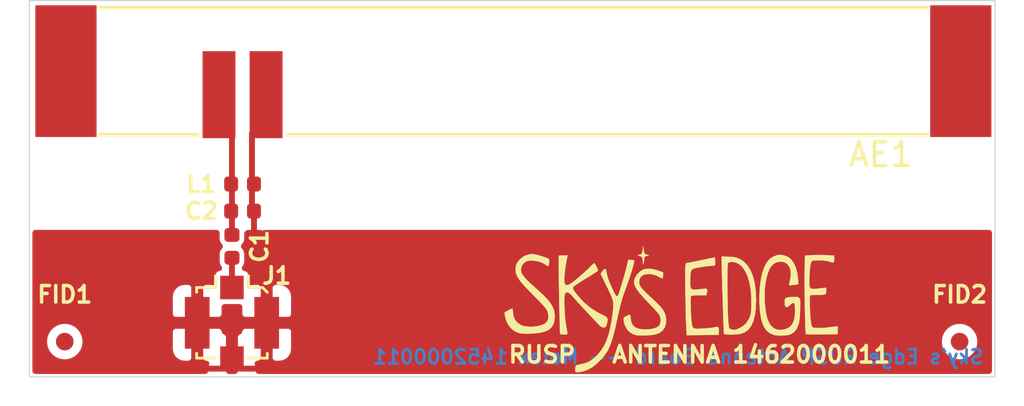
<source format=kicad_pcb>
(kicad_pcb (version 20171130) (host pcbnew 5.1.6+dfsg1-1~bpo10+1)

  (general
    (thickness 1.6)
    (drawings 8)
    (tracks 16)
    (zones 0)
    (modules 8)
    (nets 4)
  )

  (page A4)
  (layers
    (0 F.Cu signal)
    (31 B.Cu signal)
    (32 B.Adhes user)
    (33 F.Adhes user)
    (34 B.Paste user)
    (35 F.Paste user)
    (36 B.SilkS user)
    (37 F.SilkS user)
    (38 B.Mask user)
    (39 F.Mask user)
    (40 Dwgs.User user)
    (41 Cmts.User user)
    (42 Eco1.User user)
    (43 Eco2.User user)
    (44 Edge.Cuts user)
    (45 Margin user)
    (46 B.CrtYd user)
    (47 F.CrtYd user)
    (48 B.Fab user)
    (49 F.Fab user hide)
  )

  (setup
    (last_trace_width 0.25)
    (trace_clearance 0.2)
    (zone_clearance 0.1)
    (zone_45_only no)
    (trace_min 0.2)
    (via_size 0.8)
    (via_drill 0.4)
    (via_min_size 0.4)
    (via_min_drill 0.3)
    (uvia_size 0.3)
    (uvia_drill 0.1)
    (uvias_allowed no)
    (uvia_min_size 0.2)
    (uvia_min_drill 0.1)
    (edge_width 0.05)
    (segment_width 0.2)
    (pcb_text_width 0.3)
    (pcb_text_size 1.5 1.5)
    (mod_edge_width 0.12)
    (mod_text_size 1 1)
    (mod_text_width 0.15)
    (pad_size 1.524 1.524)
    (pad_drill 0.762)
    (pad_to_mask_clearance 0.05)
    (aux_axis_origin 0 0)
    (visible_elements FFFFFF7F)
    (pcbplotparams
      (layerselection 0x010fc_ffffffff)
      (usegerberextensions false)
      (usegerberattributes true)
      (usegerberadvancedattributes true)
      (creategerberjobfile true)
      (excludeedgelayer true)
      (linewidth 0.100000)
      (plotframeref false)
      (viasonmask false)
      (mode 1)
      (useauxorigin false)
      (hpglpennumber 1)
      (hpglpenspeed 20)
      (hpglpendiameter 15.000000)
      (psnegative false)
      (psa4output false)
      (plotreference true)
      (plotvalue true)
      (plotinvisibletext false)
      (padsonsilk false)
      (subtractmaskfromsilk false)
      (outputformat 1)
      (mirror false)
      (drillshape 0)
      (scaleselection 1)
      (outputdirectory "Fab/"))
  )

  (net 0 "")
  (net 1 "Net-(AE1-Pad1)")
  (net 2 GNDA)
  (net 3 "Net-(C1-Pad2)")

  (net_class Default "This is the default net class."
    (clearance 0.2)
    (trace_width 0.25)
    (via_dia 0.8)
    (via_drill 0.4)
    (uvia_dia 0.3)
    (uvia_drill 0.1)
    (add_net GNDA)
    (add_net "Net-(AE1-Pad1)")
    (add_net "Net-(C1-Pad2)")
  )

  (module MyFootprints:SkysEdge_18mm (layer F.Cu) (tedit 0) (tstamp 604B226C)
    (at 151.6 101.6)
    (fp_text reference G*** (at 0 0) (layer F.SilkS) hide
      (effects (font (size 1.524 1.524) (thickness 0.3)))
    )
    (fp_text value LOGO (at 0.75 0) (layer F.SilkS) hide
      (effects (font (size 1.524 1.524) (thickness 0.3)))
    )
    (fp_poly (pts (xy -1.264948 -1.755005) (xy -1.244835 -1.646516) (xy -1.215115 -1.582662) (xy -1.16801 -1.55289)
      (xy -1.11125 -1.54651) (xy -1.058892 -1.537062) (xy -1.052789 -1.516659) (xy -1.088247 -1.495635)
      (xy -1.138859 -1.485716) (xy -1.189466 -1.477982) (xy -1.218127 -1.45796) (xy -1.233657 -1.411758)
      (xy -1.244872 -1.325484) (xy -1.245759 -1.317248) (xy -1.259059 -1.221877) (xy -1.273525 -1.159764)
      (xy -1.286497 -1.136576) (xy -1.295318 -1.15798) (xy -1.297609 -1.20673) (xy -1.305513 -1.338085)
      (xy -1.331252 -1.423532) (xy -1.377862 -1.470359) (xy -1.412357 -1.482069) (xy -1.47764 -1.502339)
      (xy -1.506596 -1.525112) (xy -1.493457 -1.542242) (xy -1.457988 -1.54651) (xy -1.39365 -1.554755)
      (xy -1.352481 -1.585783) (xy -1.326537 -1.6506) (xy -1.308801 -1.753152) (xy -1.28678 -1.918804)
      (xy -1.264948 -1.755005)) (layer F.SilkS) (width 0.01))
    (fp_poly (pts (xy -5.926705 -1.565325) (xy -5.820234 -1.543034) (xy -5.695437 -1.511051) (xy -5.566862 -1.473608)
      (xy -5.449052 -1.434933) (xy -5.356555 -1.399256) (xy -5.304635 -1.371401) (xy -5.281562 -1.3291)
      (xy -5.27879 -1.24972) (xy -5.283071 -1.205054) (xy -5.294764 -1.124084) (xy -5.306652 -1.06897)
      (xy -5.312004 -1.056402) (xy -5.339739 -1.063212) (xy -5.393819 -1.095699) (xy -5.416394 -1.111878)
      (xy -5.549168 -1.189553) (xy -5.706496 -1.248361) (xy -5.873645 -1.285791) (xy -6.035884 -1.299331)
      (xy -6.178481 -1.28647) (xy -6.266108 -1.256747) (xy -6.376825 -1.171187) (xy -6.449223 -1.055874)
      (xy -6.47842 -0.923904) (xy -6.459533 -0.78837) (xy -6.450118 -0.763328) (xy -6.389547 -0.660696)
      (xy -6.283094 -0.531564) (xy -6.132338 -0.377654) (xy -5.938854 -0.200692) (xy -5.922066 -0.186016)
      (xy -5.691343 0.019605) (xy -5.502467 0.199205) (xy -5.351765 0.358022) (xy -5.235568 0.501298)
      (xy -5.150205 0.63427) (xy -5.092005 0.762177) (xy -5.057297 0.89026) (xy -5.042411 1.023757)
      (xy -5.041213 1.071247) (xy -5.055823 1.263808) (xy -5.104246 1.423736) (xy -5.189264 1.553049)
      (xy -5.313663 1.653761) (xy -5.480226 1.72789) (xy -5.691737 1.777451) (xy -5.950979 1.80446)
      (xy -6.060109 1.809158) (xy -6.204829 1.811548) (xy -6.338056 1.810379) (xy -6.445538 1.805993)
      (xy -6.513025 1.798735) (xy -6.515653 1.79818) (xy -6.704703 1.728945) (xy -6.867685 1.613998)
      (xy -7.00041 1.458323) (xy -7.098692 1.266907) (xy -7.158342 1.044733) (xy -7.160614 1.030452)
      (xy -7.178265 0.915142) (xy -7.029957 0.830288) (xy -6.946824 0.785436) (xy -6.880756 0.754681)
      (xy -6.850498 0.745435) (xy -6.831059 0.771327) (xy -6.820456 0.842998) (xy -6.819079 0.890381)
      (xy -6.794145 1.075418) (xy -6.723064 1.23477) (xy -6.610323 1.362713) (xy -6.460408 1.453522)
      (xy -6.35 1.488839) (xy -6.171497 1.513439) (xy -5.976279 1.513703) (xy -5.781685 1.491603)
      (xy -5.605059 1.449112) (xy -5.463742 1.388205) (xy -5.463304 1.387947) (xy -5.372321 1.304152)
      (xy -5.320268 1.188385) (xy -5.308522 1.049156) (xy -5.338463 0.894976) (xy -5.370221 0.813348)
      (xy -5.407968 0.755867) (xy -5.482963 0.66484) (xy -5.591774 0.544059) (xy -5.730968 0.397316)
      (xy -5.897114 0.228401) (xy -5.924541 0.200995) (xy -6.130149 -0.006693) (xy -6.297848 -0.182953)
      (xy -6.431177 -0.332841) (xy -6.533674 -0.461412) (xy -6.608878 -0.573723) (xy -6.660327 -0.67483)
      (xy -6.69156 -0.769787) (xy -6.706115 -0.863652) (xy -6.708307 -0.918876) (xy -6.692001 -1.069194)
      (xy -6.637176 -1.20195) (xy -6.537227 -1.331781) (xy -6.508785 -1.361146) (xy -6.353458 -1.479211)
      (xy -6.173892 -1.551655) (xy -6.000304 -1.573695) (xy -5.926705 -1.565325)) (layer F.SilkS) (width 0.01))
    (fp_poly (pts (xy 6.41235 -1.529462) (xy 6.495885 -1.526203) (xy 6.814306 -1.510521) (xy 6.823902 -1.409902)
      (xy 6.828422 -1.302586) (xy 6.81207 -1.239783) (xy 6.767516 -1.216647) (xy 6.687425 -1.228333)
      (xy 6.595047 -1.258694) (xy 6.509263 -1.28012) (xy 6.394347 -1.295797) (xy 6.264335 -1.305378)
      (xy 6.133263 -1.308515) (xy 6.015168 -1.304864) (xy 5.924086 -1.294077) (xy 5.87483 -1.276474)
      (xy 5.848297 -1.227936) (xy 5.823836 -1.133339) (xy 5.802624 -1.001835) (xy 5.785837 -0.842574)
      (xy 5.774651 -0.664708) (xy 5.770242 -0.477388) (xy 5.770217 -0.462548) (xy 5.770299 -0.327111)
      (xy 5.775227 -0.226695) (xy 5.792028 -0.157083) (xy 5.827726 -0.114057) (xy 5.889346 -0.093401)
      (xy 5.983914 -0.090897) (xy 6.118455 -0.102328) (xy 6.299994 -0.123477) (xy 6.329293 -0.126942)
      (xy 6.488043 -0.145646) (xy 6.488043 -0.020986) (xy 6.480231 0.063348) (xy 6.46033 0.123069)
      (xy 6.451336 0.134138) (xy 6.406489 0.148066) (xy 6.316094 0.157953) (xy 6.189728 0.162961)
      (xy 6.117179 0.163378) (xy 5.9942 0.164474) (xy 5.892472 0.168391) (xy 5.824175 0.174473)
      (xy 5.801875 0.180365) (xy 5.794065 0.215916) (xy 5.789488 0.296402) (xy 5.787917 0.411648)
      (xy 5.789124 0.551481) (xy 5.792883 0.705726) (xy 5.798965 0.86421) (xy 5.807144 1.016757)
      (xy 5.817193 1.153195) (xy 5.825455 1.235726) (xy 5.846324 1.38348) (xy 5.869162 1.480989)
      (xy 5.895216 1.533219) (xy 5.901579 1.539185) (xy 5.956091 1.557807) (xy 6.053499 1.56881)
      (xy 6.182004 1.572151) (xy 6.329807 1.56779) (xy 6.485109 1.555684) (xy 6.598478 1.541635)
      (xy 6.71205 1.526155) (xy 6.814931 1.514147) (xy 6.885789 1.508089) (xy 6.888369 1.507977)
      (xy 6.971195 1.504674) (xy 6.971195 1.835978) (xy 6.303614 1.843367) (xy 6.115722 1.844464)
      (xy 5.947414 1.843563) (xy 5.806305 1.840857) (xy 5.700011 1.836535) (xy 5.636146 1.830791)
      (xy 5.620848 1.826185) (xy 5.614918 1.790272) (xy 5.608794 1.705544) (xy 5.602599 1.578402)
      (xy 5.596454 1.415247) (xy 5.590484 1.22248) (xy 5.58481 1.006503) (xy 5.579555 0.773717)
      (xy 5.574843 0.530523) (xy 5.570794 0.283322) (xy 5.567533 0.038515) (xy 5.565182 -0.197496)
      (xy 5.563864 -0.41831) (xy 5.563701 -0.617527) (xy 5.564815 -0.788744) (xy 5.567331 -0.92556)
      (xy 5.567804 -0.941687) (xy 5.585493 -1.510656) (xy 5.881478 -1.526271) (xy 6.042826 -1.531504)
      (xy 6.229645 -1.532567) (xy 6.41235 -1.529462)) (layer F.SilkS) (width 0.01))
    (fp_poly (pts (xy 2.339837 -1.458524) (xy 2.48659 -1.450979) (xy 2.594728 -1.438865) (xy 2.680832 -1.41915)
      (xy 2.761481 -1.388805) (xy 2.788478 -1.376526) (xy 2.978764 -1.257146) (xy 3.140546 -1.09122)
      (xy 3.273418 -0.879737) (xy 3.376973 -0.623687) (xy 3.450804 -0.324057) (xy 3.494506 0.018163)
      (xy 3.507752 0.372718) (xy 3.495573 0.717335) (xy 3.458682 1.013515) (xy 3.39657 1.262451)
      (xy 3.308729 1.465338) (xy 3.19465 1.623369) (xy 3.053824 1.737737) (xy 2.896524 1.806522)
      (xy 2.807639 1.825415) (xy 2.693005 1.83925) (xy 2.564714 1.847886) (xy 2.434853 1.851183)
      (xy 2.315515 1.849002) (xy 2.218789 1.841203) (xy 2.156764 1.827645) (xy 2.140642 1.815272)
      (xy 2.138215 1.783408) (xy 2.134444 1.702363) (xy 2.129517 1.578148) (xy 2.123618 1.416778)
      (xy 2.116932 1.224268) (xy 2.109646 1.00663) (xy 2.101944 0.769878) (xy 2.094012 0.520026)
      (xy 2.086036 0.263089) (xy 2.0782 0.005079) (xy 2.070691 -0.247989) (xy 2.063693 -0.490102)
      (xy 2.062436 -0.535029) (xy 2.292208 -0.535029) (xy 2.292235 -0.294698) (xy 2.292327 -0.171583)
      (xy 2.294034 0.207588) (xy 2.29846 0.545313) (xy 2.30551 0.83961) (xy 2.315091 1.088501)
      (xy 2.327109 1.290005) (xy 2.341471 1.442142) (xy 2.358083 1.542933) (xy 2.375573 1.588977)
      (xy 2.423204 1.618291) (xy 2.49374 1.636703) (xy 2.563637 1.645733) (xy 2.608925 1.652066)
      (xy 2.609021 1.652082) (xy 2.646467 1.643124) (xy 2.717498 1.615413) (xy 2.802282 1.57703)
      (xy 2.967127 1.479006) (xy 3.094302 1.356405) (xy 3.196667 1.195987) (xy 3.221124 1.145761)
      (xy 3.250939 1.077774) (xy 3.27226 1.015553) (xy 3.286839 0.94729) (xy 3.296429 0.861176)
      (xy 3.302782 0.745403) (xy 3.307651 0.588164) (xy 3.30843 0.557549) (xy 3.30423 0.220001)
      (xy 3.275126 -0.091278) (xy 3.222625 -0.372758) (xy 3.148233 -0.620906) (xy 3.053455 -0.832193)
      (xy 2.939798 -1.003086) (xy 2.808767 -1.130056) (xy 2.661869 -1.209571) (xy 2.543526 -1.235813)
      (xy 2.450493 -1.237121) (xy 2.372558 -1.225285) (xy 2.350764 -1.216937) (xy 2.335392 -1.207697)
      (xy 2.322943 -1.194489) (xy 2.313116 -1.171884) (xy 2.305607 -1.134456) (xy 2.300112 -1.076778)
      (xy 2.296328 -0.993424) (xy 2.293952 -0.878965) (xy 2.29268 -0.727976) (xy 2.292208 -0.535029)
      (xy 2.062436 -0.535029) (xy 2.057393 -0.715246) (xy 2.051975 -0.917408) (xy 2.047625 -1.090572)
      (xy 2.044529 -1.228726) (xy 2.042872 -1.325856) (xy 2.042648 -1.362782) (xy 2.043043 -1.469369)
      (xy 2.339837 -1.458524)) (layer F.SilkS) (width 0.01))
    (fp_poly (pts (xy -4.511914 -1.443872) (xy -4.552351 -1.238144) (xy -4.585588 -1.032664) (xy -4.610842 -0.836176)
      (xy -4.627331 -0.657427) (xy -4.63427 -0.505161) (xy -4.630877 -0.388124) (xy -4.616368 -0.315062)
      (xy -4.613525 -0.309062) (xy -4.580803 -0.266449) (xy -4.537399 -0.248339) (xy -4.478604 -0.257053)
      (xy -4.39971 -0.29491) (xy -4.29601 -0.364228) (xy -4.162796 -0.467328) (xy -3.995359 -0.606527)
      (xy -3.975653 -0.623289) (xy -3.854803 -0.729268) (xy -3.726302 -0.846847) (xy -3.610228 -0.95747)
      (xy -3.56232 -1.005197) (xy -3.48172 -1.084909) (xy -3.414606 -1.146877) (xy -3.370801 -1.182239)
      (xy -3.360637 -1.187174) (xy -3.338341 -1.163925) (xy -3.303231 -1.103371) (xy -3.268123 -1.030042)
      (xy -3.198632 -0.872911) (xy -3.26274 -0.823564) (xy -3.306587 -0.793518) (xy -3.388729 -0.740573)
      (xy -3.500198 -0.670381) (xy -3.632026 -0.588595) (xy -3.756621 -0.512215) (xy -3.897929 -0.424718)
      (xy -4.025497 -0.343197) (xy -4.130645 -0.273398) (xy -4.204693 -0.221069) (xy -4.237252 -0.194016)
      (xy -4.263027 -0.157325) (xy -4.269615 -0.117396) (xy -4.253408 -0.066187) (xy -4.210798 0.004345)
      (xy -4.138176 0.102241) (xy -4.06033 0.200341) (xy -3.795841 0.489357) (xy -3.503148 0.732264)
      (xy -3.176933 0.933202) (xy -3.02166 1.009272) (xy -2.908563 1.064936) (xy -2.836799 1.116639)
      (xy -2.801687 1.176449) (xy -2.798549 1.256432) (xy -2.822706 1.368657) (xy -2.848317 1.456359)
      (xy -2.874798 1.518274) (xy -2.916818 1.542591) (xy -2.970468 1.546087) (xy -3.02358 1.540306)
      (xy -3.073248 1.517441) (xy -3.131621 1.46921) (xy -3.210845 1.387331) (xy -3.223538 1.373533)
      (xy -3.303687 1.287069) (xy -3.4092 1.174606) (xy -3.527118 1.049893) (xy -3.644479 0.926682)
      (xy -3.659407 0.911087) (xy -3.782329 0.781099) (xy -3.913494 0.639639) (xy -4.037455 0.503521)
      (xy -4.138762 0.389559) (xy -4.141408 0.386522) (xy -4.253172 0.259728) (xy -4.336849 0.169627)
      (xy -4.399353 0.110205) (xy -4.447597 0.075447) (xy -4.488496 0.059341) (xy -4.521608 0.055831)
      (xy -4.562392 0.062867) (xy -4.592979 0.088915) (xy -4.614365 0.140035) (xy -4.627548 0.222287)
      (xy -4.633524 0.341731) (xy -4.63329 0.504424) (xy -4.62824 0.704022) (xy -4.613875 0.999265)
      (xy -4.59107 1.257562) (xy -4.560593 1.470455) (xy -4.55678 1.49087) (xy -4.53381 1.613388)
      (xy -4.515361 1.71725) (xy -4.503667 1.789539) (xy -4.500672 1.815272) (xy -4.524598 1.837717)
      (xy -4.598853 1.848542) (xy -4.652932 1.849783) (xy -4.754389 1.843479) (xy -4.808897 1.825307)
      (xy -4.816286 1.815272) (xy -4.819259 1.78024) (xy -4.822876 1.696238) (xy -4.827012 1.569506)
      (xy -4.831545 1.406286) (xy -4.836352 1.212819) (xy -4.841308 0.995346) (xy -4.846292 0.760108)
      (xy -4.851179 0.513347) (xy -4.855846 0.261304) (xy -4.86017 0.010219) (xy -4.864027 -0.233664)
      (xy -4.867295 -0.464107) (xy -4.869849 -0.674866) (xy -4.871567 -0.859701) (xy -4.872326 -1.012371)
      (xy -4.872339 -1.021522) (xy -4.872935 -1.504674) (xy -4.684093 -1.512894) (xy -4.495252 -1.521114)
      (xy -4.511914 -1.443872)) (layer F.SilkS) (width 0.01))
    (fp_poly (pts (xy 1.760139 -1.399635) (xy 1.765015 -1.334377) (xy 1.768731 -1.252621) (xy 1.770363 -1.173724)
      (xy 1.769516 -1.125054) (xy 1.757763 -1.095944) (xy 1.718071 -1.080842) (xy 1.637828 -1.075491)
      (xy 1.62201 -1.075271) (xy 1.537079 -1.06978) (xy 1.414674 -1.055951) (xy 1.27154 -1.035906)
      (xy 1.13224 -1.013152) (xy 0.983576 -0.986395) (xy 0.876028 -0.960554) (xy 0.802705 -0.926769)
      (xy 0.756712 -0.876178) (xy 0.731155 -0.79992) (xy 0.719141 -0.689135) (xy 0.713775 -0.534961)
      (xy 0.712296 -0.473361) (xy 0.709709 -0.322171) (xy 0.714843 -0.209819) (xy 0.734447 -0.131827)
      (xy 0.775271 -0.083719) (xy 0.844065 -0.061018) (xy 0.947579 -0.059248) (xy 1.092564 -0.073931)
      (xy 1.276357 -0.099254) (xy 1.369827 -0.103512) (xy 1.421078 -0.078879) (xy 1.435373 -0.018781)
      (xy 1.419069 0.078974) (xy 1.394239 0.179457) (xy 1.08265 0.179457) (xy 0.939245 0.181024)
      (xy 0.841899 0.186465) (xy 0.781521 0.196884) (xy 0.749022 0.21339) (xy 0.742511 0.22087)
      (xy 0.733263 0.263075) (xy 0.727925 0.350056) (xy 0.726208 0.471531) (xy 0.727823 0.617217)
      (xy 0.73248 0.776832) (xy 0.739889 0.940096) (xy 0.749762 1.096725) (xy 0.761808 1.236438)
      (xy 0.773925 1.336868) (xy 0.790075 1.441909) (xy 0.808844 1.515727) (xy 0.839182 1.563329)
      (xy 0.890039 1.589726) (xy 0.970365 1.599927) (xy 1.089111 1.59894) (xy 1.231294 1.592851)
      (xy 1.380473 1.584066) (xy 1.521868 1.57211) (xy 1.639885 1.558527) (xy 1.718928 1.544863)
      (xy 1.721077 1.544332) (xy 1.826833 1.523246) (xy 1.890606 1.530104) (xy 1.921552 1.572023)
      (xy 1.928829 1.656125) (xy 1.927094 1.704503) (xy 1.918804 1.863587) (xy 1.239723 1.870962)
      (xy 0.560643 1.878338) (xy 0.542867 1.567107) (xy 0.536653 1.436487) (xy 0.530629 1.269125)
      (xy 0.524889 1.07204) (xy 0.519526 0.852251) (xy 0.514634 0.616777) (xy 0.510309 0.372638)
      (xy 0.506643 0.126851) (xy 0.50373 -0.113562) (xy 0.501666 -0.341584) (xy 0.500542 -0.550196)
      (xy 0.500455 -0.732377) (xy 0.501497 -0.88111) (xy 0.503763 -0.989374) (xy 0.507346 -1.050151)
      (xy 0.507775 -1.053308) (xy 0.527131 -1.181726) (xy 0.684598 -1.21075) (xy 0.766132 -1.226675)
      (xy 0.888206 -1.251651) (xy 1.037426 -1.282885) (xy 1.2004 -1.317587) (xy 1.29502 -1.338001)
      (xy 1.445125 -1.37006) (xy 1.575062 -1.396875) (xy 1.675842 -1.416666) (xy 1.738477 -1.427654)
      (xy 1.755025 -1.429038) (xy 1.760139 -1.399635)) (layer F.SilkS) (width 0.01))
    (fp_poly (pts (xy 4.561661 -1.540804) (xy 4.643812 -1.526419) (xy 4.696827 -1.515181) (xy 4.859886 -1.452904)
      (xy 4.998873 -1.342272) (xy 5.112596 -1.185184) (xy 5.199863 -0.983538) (xy 5.25948 -0.739234)
      (xy 5.280176 -0.586158) (xy 5.291075 -0.467327) (xy 5.297704 -0.370555) (xy 5.299371 -0.307918)
      (xy 5.297123 -0.290747) (xy 5.265678 -0.282188) (xy 5.194473 -0.271065) (xy 5.098744 -0.259746)
      (xy 5.096038 -0.259468) (xy 4.906848 -0.240085) (xy 4.92166 -0.320205) (xy 4.934924 -0.391784)
      (xy 4.953491 -0.491765) (xy 4.96729 -0.565978) (xy 4.983948 -0.758642) (xy 4.960887 -0.926187)
      (xy 4.902228 -1.063977) (xy 4.812095 -1.167373) (xy 4.69461 -1.231737) (xy 4.553897 -1.252431)
      (xy 4.394077 -1.224817) (xy 4.384425 -1.221674) (xy 4.267646 -1.165166) (xy 4.16884 -1.077051)
      (xy 4.085579 -0.9527) (xy 4.015431 -0.787489) (xy 3.955968 -0.57679) (xy 3.904758 -0.315976)
      (xy 3.902915 -0.30485) (xy 3.881186 -0.11033) (xy 3.871904 0.119895) (xy 3.874623 0.367836)
      (xy 3.8889 0.615507) (xy 3.914291 0.844921) (xy 3.934265 0.964225) (xy 3.996317 1.200883)
      (xy 4.080724 1.387362) (xy 4.188051 1.524219) (xy 4.318863 1.612011) (xy 4.473726 1.651295)
      (xy 4.626639 1.646699) (xy 4.802405 1.602624) (xy 4.941552 1.522285) (xy 5.04556 1.403505)
      (xy 5.115904 1.24411) (xy 5.154064 1.041924) (xy 5.162449 0.857761) (xy 5.158946 0.694025)
      (xy 5.147225 0.581838) (xy 5.124559 0.517806) (xy 5.088219 0.498533) (xy 5.035478 0.520625)
      (xy 4.963607 0.580687) (xy 4.950157 0.593587) (xy 4.861945 0.664809) (xy 4.795571 0.685441)
      (xy 4.750531 0.655244) (xy 4.726324 0.573979) (xy 4.721509 0.484533) (xy 4.724668 0.389023)
      (xy 4.73978 0.325503) (xy 4.776338 0.286915) (xy 4.843834 0.266202) (xy 4.951759 0.256305)
      (xy 5.033067 0.252868) (xy 5.155041 0.248875) (xy 5.245744 0.251617) (xy 5.30952 0.268008)
      (xy 5.35071 0.304961) (xy 5.373657 0.369386) (xy 5.382702 0.468198) (xy 5.382187 0.608308)
      (xy 5.376456 0.796628) (xy 5.376368 0.799378) (xy 5.368494 0.99458) (xy 5.358171 1.145975)
      (xy 5.344114 1.264962) (xy 5.325034 1.362936) (xy 5.304435 1.436552) (xy 5.225889 1.613037)
      (xy 5.116912 1.748453) (xy 4.981148 1.838351) (xy 4.972438 1.842112) (xy 4.875295 1.868586)
      (xy 4.74255 1.886192) (xy 4.593217 1.894218) (xy 4.446306 1.891952) (xy 4.320828 1.878682)
      (xy 4.27409 1.868278) (xy 4.102569 1.797985) (xy 3.964448 1.691508) (xy 3.855339 1.544029)
      (xy 3.77085 1.350734) (xy 3.753934 1.297609) (xy 3.702353 1.07357) (xy 3.667448 0.810108)
      (xy 3.649097 0.520402) (xy 3.647179 0.217631) (xy 3.661574 -0.085028) (xy 3.692159 -0.374396)
      (xy 3.738815 -0.637294) (xy 3.772954 -0.77164) (xy 3.856092 -1.011527) (xy 3.953211 -1.20125)
      (xy 4.067371 -1.344771) (xy 4.201633 -1.446052) (xy 4.337931 -1.503116) (xy 4.432099 -1.529938)
      (xy 4.498883 -1.542239) (xy 4.561661 -1.540804)) (layer F.SilkS) (width 0.01))
    (fp_poly (pts (xy -0.858879 -0.930019) (xy -0.672785 -0.878535) (xy -0.655707 -0.872351) (xy -0.44174 -0.793256)
      (xy -0.44174 -0.674344) (xy -0.447214 -0.597823) (xy -0.460956 -0.547423) (xy -0.46745 -0.539543)
      (xy -0.503805 -0.544105) (xy -0.565555 -0.574141) (xy -0.595476 -0.593086) (xy -0.734397 -0.664467)
      (xy -0.892717 -0.709408) (xy -1.053694 -0.725819) (xy -1.200585 -0.711611) (xy -1.290886 -0.67989)
      (xy -1.38624 -0.602052) (xy -1.444384 -0.494722) (xy -1.461618 -0.372289) (xy -1.434243 -0.249147)
      (xy -1.412449 -0.206909) (xy -1.382769 -0.162198) (xy -1.344449 -0.11344) (xy -1.292145 -0.055182)
      (xy -1.220512 0.018031) (xy -1.124206 0.11165) (xy -0.997883 0.231131) (xy -0.836199 0.381926)
      (xy -0.827482 0.390023) (xy -0.662163 0.54843) (xy -0.536012 0.682484) (xy -0.443696 0.800522)
      (xy -0.379879 0.91088) (xy -0.339229 1.021893) (xy -0.316411 1.141897) (xy -0.310824 1.197451)
      (xy -0.319206 1.387377) (xy -0.374169 1.552502) (xy -0.472126 1.687785) (xy -0.609488 1.788187)
      (xy -0.773044 1.846633) (xy -0.896729 1.866333) (xy -1.052475 1.880698) (xy -1.220995 1.888969)
      (xy -1.383003 1.890381) (xy -1.519211 1.884175) (xy -1.570606 1.878135) (xy -1.739084 1.825221)
      (xy -1.883756 1.72649) (xy -1.999008 1.588258) (xy -2.079227 1.416842) (xy -2.11344 1.267303)
      (xy -2.121473 1.188234) (xy -2.111227 1.142112) (xy -2.073519 1.107421) (xy -2.035153 1.083886)
      (xy -1.936989 1.028613) (xy -1.875746 1.006669) (xy -1.841761 1.021738) (xy -1.825372 1.077505)
      (xy -1.817597 1.166819) (xy -1.789494 1.329108) (xy -1.726374 1.454435) (xy -1.625359 1.544936)
      (xy -1.483567 1.602748) (xy -1.298116 1.630008) (xy -1.189334 1.632855) (xy -0.982977 1.619936)
      (xy -0.811107 1.584493) (xy -0.6798 1.528336) (xy -0.597472 1.456514) (xy -0.556352 1.361197)
      (xy -0.54388 1.239457) (xy -0.560227 1.112178) (xy -0.593918 1.020883) (xy -0.627323 0.973639)
      (xy -0.693252 0.894654) (xy -0.785176 0.791222) (xy -0.896565 0.67064) (xy -1.020888 0.5402)
      (xy -1.062572 0.497328) (xy -1.255944 0.294658) (xy -1.409212 0.122021) (xy -1.525035 -0.025479)
      (xy -1.606073 -0.152741) (xy -1.654987 -0.264661) (xy -1.674435 -0.366137) (xy -1.667078 -0.462067)
      (xy -1.635576 -0.557346) (xy -1.635495 -0.557529) (xy -1.548303 -0.70019) (xy -1.426894 -0.826926)
      (xy -1.315386 -0.90406) (xy -1.192365 -0.943367) (xy -1.036134 -0.951824) (xy -0.858879 -0.930019)) (layer F.SilkS) (width 0.01))
    (fp_poly (pts (xy -1.717973 -1.317119) (xy -1.672029 -1.295121) (xy -1.668604 -1.289271) (xy -1.670147 -1.245319)
      (xy -1.687991 -1.157939) (xy -1.719611 -1.035612) (xy -1.762484 -0.886819) (xy -1.814085 -0.720042)
      (xy -1.871889 -0.543761) (xy -1.933374 -0.366458) (xy -1.98578 -0.223569) (xy -2.058535 -0.027433)
      (xy -2.119832 0.147001) (xy -2.173006 0.311495) (xy -2.221393 0.477813) (xy -2.26833 0.657717)
      (xy -2.317153 0.862969) (xy -2.371196 1.105334) (xy -2.398738 1.232568) (xy -2.467249 1.540254)
      (xy -2.530594 1.800019) (xy -2.590913 2.018674) (xy -2.650343 2.203029) (xy -2.711024 2.359895)
      (xy -2.775095 2.496084) (xy -2.822312 2.581413) (xy -2.937212 2.747587) (xy -3.085981 2.920456)
      (xy -3.252538 3.083178) (xy -3.420804 3.218914) (xy -3.451087 3.239892) (xy -3.567528 3.307685)
      (xy -3.695358 3.364947) (xy -3.824946 3.409501) (xy -3.94666 3.439169) (xy -4.050869 3.451777)
      (xy -4.127942 3.445147) (xy -4.168248 3.417103) (xy -4.171839 3.402772) (xy -4.17187 3.306794)
      (xy -4.162137 3.222422) (xy -4.145175 3.169717) (xy -4.141843 3.165442) (xy -4.10542 3.149782)
      (xy -4.029598 3.129723) (xy -3.929567 3.109185) (xy -3.911056 3.105894) (xy -3.722291 3.059372)
      (xy -3.556859 2.985694) (xy -3.400953 2.876875) (xy -3.240766 2.724929) (xy -3.227032 2.710328)
      (xy -3.08008 2.533535) (xy -2.955078 2.338776) (xy -2.849607 2.119571) (xy -2.76125 1.869438)
      (xy -2.687587 1.581898) (xy -2.626201 1.25047) (xy -2.591644 1.007718) (xy -2.570408 0.835882)
      (xy -2.557287 0.695527) (xy -2.554431 0.576233) (xy -2.563987 0.467583) (xy -2.588102 0.35916)
      (xy -2.628925 0.240545) (xy -2.688601 0.101322) (xy -2.76928 -0.068927) (xy -2.845796 -0.225137)
      (xy -3.092375 -0.726185) (xy -3.04396 -0.808819) (xy -2.991244 -0.880825) (xy -2.937009 -0.927202)
      (xy -2.893619 -0.938412) (xy -2.883554 -0.932539) (xy -2.869746 -0.898156) (xy -2.850573 -0.824929)
      (xy -2.830088 -0.728422) (xy -2.829294 -0.724275) (xy -2.802692 -0.620759) (xy -2.758434 -0.486322)
      (xy -2.703077 -0.339672) (xy -2.652991 -0.221168) (xy -2.57407 -0.047977) (xy -2.512371 0.078316)
      (xy -2.464471 0.162029) (xy -2.426948 0.207478) (xy -2.396379 0.218977) (xy -2.369342 0.200845)
      (xy -2.346554 0.165306) (xy -2.32645 0.115404) (xy -2.294702 0.021987) (xy -2.254194 -0.105186)
      (xy -2.207807 -0.256358) (xy -2.158424 -0.421769) (xy -2.108926 -0.591662) (xy -2.062198 -0.756279)
      (xy -2.02112 -0.905861) (xy -1.988575 -1.030651) (xy -1.96949 -1.11125) (xy -1.923205 -1.325217)
      (xy -1.802802 -1.325217) (xy -1.717973 -1.317119)) (layer F.SilkS) (width 0.01))
  )

  (module Capacitor_SMD:C_0402_1005Metric (layer F.Cu) (tedit 5B301BBE) (tstamp 602869E7)
    (at 133.3 98.2)
    (descr "Capacitor SMD 0402 (1005 Metric), square (rectangular) end terminal, IPC_7351 nominal, (Body size source: http://www.tortai-tech.com/upload/download/2011102023233369053.pdf), generated with kicad-footprint-generator")
    (tags capacitor)
    (path /602C8E59)
    (attr smd)
    (fp_text reference C2 (at -1.75 0) (layer F.SilkS)
      (effects (font (size 0.7 0.7) (thickness 0.15)))
    )
    (fp_text value .5pF (at 0 1.17) (layer F.Fab)
      (effects (font (size 1 1) (thickness 0.15)))
    )
    (fp_line (start -0.5 0.25) (end -0.5 -0.25) (layer F.Fab) (width 0.1))
    (fp_line (start -0.5 -0.25) (end 0.5 -0.25) (layer F.Fab) (width 0.1))
    (fp_line (start 0.5 -0.25) (end 0.5 0.25) (layer F.Fab) (width 0.1))
    (fp_line (start 0.5 0.25) (end -0.5 0.25) (layer F.Fab) (width 0.1))
    (fp_line (start -0.93 0.47) (end -0.93 -0.47) (layer F.CrtYd) (width 0.05))
    (fp_line (start -0.93 -0.47) (end 0.93 -0.47) (layer F.CrtYd) (width 0.05))
    (fp_line (start 0.93 -0.47) (end 0.93 0.47) (layer F.CrtYd) (width 0.05))
    (fp_line (start 0.93 0.47) (end -0.93 0.47) (layer F.CrtYd) (width 0.05))
    (fp_text user %R (at 0 0) (layer F.Fab)
      (effects (font (size 0.25 0.25) (thickness 0.04)))
    )
    (pad 2 smd roundrect (at 0.485 0) (size 0.59 0.64) (layers F.Cu F.Paste F.Mask) (roundrect_rratio 0.25)
      (net 2 GNDA))
    (pad 1 smd roundrect (at -0.485 0) (size 0.59 0.64) (layers F.Cu F.Paste F.Mask) (roundrect_rratio 0.25)
      (net 1 "Net-(AE1-Pad1)"))
    (model ${KISYS3DMOD}/Capacitor_SMD.3dshapes/C_0402_1005Metric.wrl
      (at (xyz 0 0 0))
      (scale (xyz 1 1 1))
      (rotate (xyz 0 0 0))
    )
  )

  (module Capacitor_SMD:C_0402_1005Metric (layer F.Cu) (tedit 5B301BBE) (tstamp 602869D9)
    (at 132.85 99.7 270)
    (descr "Capacitor SMD 0402 (1005 Metric), square (rectangular) end terminal, IPC_7351 nominal, (Body size source: http://www.tortai-tech.com/upload/download/2011102023233369053.pdf), generated with kicad-footprint-generator")
    (tags capacitor)
    (path /602C72DF)
    (attr smd)
    (fp_text reference C1 (at 0 -1.17 90) (layer F.SilkS)
      (effects (font (size 0.7 0.7) (thickness 0.15)))
    )
    (fp_text value 2.7pF (at 0 1.17 90) (layer F.Fab)
      (effects (font (size 1 1) (thickness 0.15)))
    )
    (fp_line (start 0.93 0.47) (end -0.93 0.47) (layer F.CrtYd) (width 0.05))
    (fp_line (start 0.93 -0.47) (end 0.93 0.47) (layer F.CrtYd) (width 0.05))
    (fp_line (start -0.93 -0.47) (end 0.93 -0.47) (layer F.CrtYd) (width 0.05))
    (fp_line (start -0.93 0.47) (end -0.93 -0.47) (layer F.CrtYd) (width 0.05))
    (fp_line (start 0.5 0.25) (end -0.5 0.25) (layer F.Fab) (width 0.1))
    (fp_line (start 0.5 -0.25) (end 0.5 0.25) (layer F.Fab) (width 0.1))
    (fp_line (start -0.5 -0.25) (end 0.5 -0.25) (layer F.Fab) (width 0.1))
    (fp_line (start -0.5 0.25) (end -0.5 -0.25) (layer F.Fab) (width 0.1))
    (fp_text user %R (at 0 0 90) (layer F.Fab)
      (effects (font (size 0.25 0.25) (thickness 0.04)))
    )
    (pad 1 smd roundrect (at -0.485 0 270) (size 0.59 0.64) (layers F.Cu F.Paste F.Mask) (roundrect_rratio 0.25)
      (net 1 "Net-(AE1-Pad1)"))
    (pad 2 smd roundrect (at 0.485 0 270) (size 0.59 0.64) (layers F.Cu F.Paste F.Mask) (roundrect_rratio 0.25)
      (net 3 "Net-(C1-Pad2)"))
    (model ${KISYS3DMOD}/Capacitor_SMD.3dshapes/C_0402_1005Metric.wrl
      (at (xyz 0 0 0))
      (scale (xyz 1 1 1))
      (rotate (xyz 0 0 0))
    )
  )

  (module Fiducial:Fiducial_0.75mm_Dia_1.5mm_Outer (layer F.Cu) (tedit 59FE0228) (tstamp 600A76E1)
    (at 125.75 103.75)
    (descr "Circular Fiducial, 0.75mm bare copper top, 1.5mm keepout (Level B)")
    (tags fiducial)
    (path /600DE701)
    (attr smd)
    (fp_text reference FID1 (at 0 -2) (layer F.SilkS)
      (effects (font (size 0.7 0.7) (thickness 0.15)))
    )
    (fp_text value Fiducial (at 0 2) (layer F.Fab)
      (effects (font (size 1 1) (thickness 0.15)))
    )
    (fp_circle (center 0 0) (end 1 0) (layer F.CrtYd) (width 0.05))
    (fp_circle (center 0 0) (end 0.75 0) (layer F.Fab) (width 0.1))
    (fp_text user %R (at 0 0) (layer F.Fab)
      (effects (font (size 0.3 0.3) (thickness 0.05)))
    )
    (pad "" smd circle (at 0 0) (size 0.75 0.75) (layers F.Cu F.Mask)
      (solder_mask_margin 0.375) (clearance 0.375))
  )

  (module Fiducial:Fiducial_0.75mm_Dia_1.5mm_Outer (layer F.Cu) (tedit 59FE0228) (tstamp 600A76E9)
    (at 163.75 103.75)
    (descr "Circular Fiducial, 0.75mm bare copper top, 1.5mm keepout (Level B)")
    (tags fiducial)
    (path /600DF06F)
    (attr smd)
    (fp_text reference FID2 (at 0 -2) (layer F.SilkS)
      (effects (font (size 0.7 0.7) (thickness 0.15)))
    )
    (fp_text value Fiducial (at 0 2) (layer F.Fab)
      (effects (font (size 1 1) (thickness 0.15)))
    )
    (fp_circle (center 0 0) (end 0.75 0) (layer F.Fab) (width 0.1))
    (fp_circle (center 0 0) (end 1 0) (layer F.CrtYd) (width 0.05))
    (fp_text user %R (at 0 0) (layer F.Fab)
      (effects (font (size 0.3 0.3) (thickness 0.05)))
    )
    (pad "" smd circle (at 0 0) (size 0.75 0.75) (layers F.Cu F.Mask)
      (solder_mask_margin 0.375) (clearance 0.375))
  )

  (module Connector_Coaxial:U.FL_Molex_MCRF_73412-0110_Vertical (layer F.Cu) (tedit 5A1B5B59) (tstamp 600A770B)
    (at 132.85 102.95 180)
    (descr "Molex Microcoaxial RF Connectors (MCRF), mates Hirose U.FL, (http://www.molex.com/pdm_docs/sd/734120110_sd.pdf)")
    (tags "mcrf hirose ufl u.fl microcoaxial")
    (path /600D9E19)
    (attr smd)
    (fp_text reference J1 (at -1.9 2) (layer F.SilkS)
      (effects (font (size 0.7 0.7) (thickness 0.15)))
    )
    (fp_text value uFL (at 0 -3.302) (layer F.Fab)
      (effects (font (size 1 1) (thickness 0.15)))
    )
    (fp_circle (center 0 0) (end 0 0.2) (layer F.Fab) (width 0.1))
    (fp_line (start -1 1.3) (end 1.3 1.3) (layer F.Fab) (width 0.1))
    (fp_line (start 2.5 -2.5) (end -2.5 -2.5) (layer F.CrtYd) (width 0.05))
    (fp_line (start 2.5 2.5) (end 2.5 -2.5) (layer F.CrtYd) (width 0.05))
    (fp_line (start -2.5 2.5) (end 2.5 2.5) (layer F.CrtYd) (width 0.05))
    (fp_line (start -2.5 -2.5) (end -2.5 2.5) (layer F.CrtYd) (width 0.05))
    (fp_line (start 1.3 -1.3) (end 1.3 1.3) (layer F.Fab) (width 0.1))
    (fp_line (start -1.3 1) (end -1 1.3) (layer F.Fab) (width 0.1))
    (fp_line (start -1.3 -1.3) (end -1.3 1) (layer F.Fab) (width 0.1))
    (fp_line (start -1.3 -1.3) (end 1.3 -1.3) (layer F.Fab) (width 0.1))
    (fp_circle (center 0 0) (end 0.9 0) (layer F.Fab) (width 0.1))
    (fp_line (start -1.5 -1.5) (end -0.7 -1.5) (layer F.SilkS) (width 0.12))
    (fp_line (start -1.5 -1.3) (end -1.5 -1.5) (layer F.SilkS) (width 0.12))
    (fp_line (start 1.5 -1.5) (end 1.5 -1.3) (layer F.SilkS) (width 0.12))
    (fp_line (start 0.7 -1.5) (end 1.5 -1.5) (layer F.SilkS) (width 0.12))
    (fp_line (start 1.5 1.5) (end 0.7 1.5) (layer F.SilkS) (width 0.12))
    (fp_line (start 1.5 1.3) (end 1.5 1.5) (layer F.SilkS) (width 0.12))
    (fp_line (start -1.3 1.5) (end -1.5 1.3) (layer F.SilkS) (width 0.12))
    (fp_line (start -0.7 1.5) (end -1.3 1.5) (layer F.SilkS) (width 0.12))
    (fp_circle (center 0 0) (end 0 0.125) (layer F.Fab) (width 0.1))
    (fp_circle (center 0 0) (end 0 0.05) (layer F.Fab) (width 0.1))
    (fp_line (start -0.7 1.5) (end -0.7 2) (layer F.SilkS) (width 0.12))
    (fp_line (start 0.7 1.5) (end 0.7 2) (layer F.SilkS) (width 0.12))
    (fp_line (start -0.3 1.3) (end 0 1) (layer F.Fab) (width 0.1))
    (fp_line (start 0 1) (end 0.3 1.3) (layer F.Fab) (width 0.1))
    (fp_text user %R (at 0 3.5) (layer F.Fab)
      (effects (font (size 1 1) (thickness 0.15)))
    )
    (pad 2 smd rect (at -1.475 0 180) (size 1.05 2.2) (layers F.Cu F.Paste F.Mask)
      (net 2 GNDA))
    (pad 2 smd rect (at 1.475 0 180) (size 1.05 2.2) (layers F.Cu F.Paste F.Mask)
      (net 2 GNDA))
    (pad 2 smd rect (at 0 -1.5 180) (size 1 1) (layers F.Cu F.Paste F.Mask)
      (net 2 GNDA))
    (pad 1 smd rect (at 0 1.5 180) (size 1 1) (layers F.Cu F.Paste F.Mask)
      (net 3 "Net-(C1-Pad2)"))
    (model ${KISYS3DMOD}/Connector_Coaxial.3dshapes/U.FL_Molex_MCRF_73412-0110_Vertical.wrl
      (at (xyz 0 0 0))
      (scale (xyz 1 1 1))
      (rotate (xyz 0 0 0))
    )
  )

  (module Inductor_SMD:L_0402_1005Metric (layer F.Cu) (tedit 5B301BBE) (tstamp 602869F5)
    (at 133.3 97.05)
    (descr "Inductor SMD 0402 (1005 Metric), square (rectangular) end terminal, IPC_7351 nominal, (Body size source: http://www.tortai-tech.com/upload/download/2011102023233369053.pdf), generated with kicad-footprint-generator")
    (tags inductor)
    (path /602C88BB)
    (attr smd)
    (fp_text reference L1 (at -1.75 0) (layer F.SilkS)
      (effects (font (size 0.7 0.7) (thickness 0.15)))
    )
    (fp_text value 7.5nH (at 0 1.17) (layer F.Fab)
      (effects (font (size 1 1) (thickness 0.15)))
    )
    (fp_line (start 0.93 0.47) (end -0.93 0.47) (layer F.CrtYd) (width 0.05))
    (fp_line (start 0.93 -0.47) (end 0.93 0.47) (layer F.CrtYd) (width 0.05))
    (fp_line (start -0.93 -0.47) (end 0.93 -0.47) (layer F.CrtYd) (width 0.05))
    (fp_line (start -0.93 0.47) (end -0.93 -0.47) (layer F.CrtYd) (width 0.05))
    (fp_line (start 0.5 0.25) (end -0.5 0.25) (layer F.Fab) (width 0.1))
    (fp_line (start 0.5 -0.25) (end 0.5 0.25) (layer F.Fab) (width 0.1))
    (fp_line (start -0.5 -0.25) (end 0.5 -0.25) (layer F.Fab) (width 0.1))
    (fp_line (start -0.5 0.25) (end -0.5 -0.25) (layer F.Fab) (width 0.1))
    (fp_text user %R (at 0 0) (layer F.Fab)
      (effects (font (size 0.25 0.25) (thickness 0.04)))
    )
    (pad 1 smd roundrect (at -0.485 0) (size 0.59 0.64) (layers F.Cu F.Paste F.Mask) (roundrect_rratio 0.25)
      (net 1 "Net-(AE1-Pad1)"))
    (pad 2 smd roundrect (at 0.485 0) (size 0.59 0.64) (layers F.Cu F.Paste F.Mask) (roundrect_rratio 0.25)
      (net 2 GNDA))
    (model ${KISYS3DMOD}/Inductor_SMD.3dshapes/L_0402_1005Metric.wrl
      (at (xyz 0 0 0))
      (scale (xyz 1 1 1))
      (rotate (xyz 0 0 0))
    )
  )

  (module MyFootprints:Antenna_Molex_1462000011 (layer F.Cu) (tedit 604AC14C) (tstamp 604B18AB)
    (at 145.3 92.25)
    (path /600DB0BD)
    (fp_text reference AE1 (at 15.1 3.55) (layer F.SilkS)
      (effects (font (size 1 1) (thickness 0.15)))
    )
    (fp_text value Antenna_Chip (at 1 0.2) (layer F.Fab)
      (effects (font (size 1 1) (thickness 0.15)))
    )
    (fp_line (start 19.5 2.5) (end -20.5 2.5) (layer F.Fab) (width 0.12))
    (fp_line (start -20.5 -2.5) (end 19.5 -2.5) (layer F.Fab) (width 0.12))
    (fp_line (start -18.1 -2.7) (end 17.1 -2.7) (layer F.SilkS) (width 0.15))
    (fp_line (start -10.1 2.7) (end 17.1 2.7) (layer F.SilkS) (width 0.15))
    (fp_line (start -18.1 2.7) (end -13.9 2.7) (layer F.SilkS) (width 0.15))
    (fp_line (start -20.5 -2.5) (end -20.5 2.5) (layer F.Fab) (width 0.12))
    (fp_line (start 19.5 -2.5) (end 19.5 2.5) (layer F.Fab) (width 0.12))
    (pad "" smd rect (at 18.5 0) (size 2.6 5.6) (layers F.Cu F.Paste F.Mask))
    (pad 1 smd rect (at -13 1) (size 1.4 3.7) (layers F.Cu F.Paste F.Mask)
      (net 1 "Net-(AE1-Pad1)"))
    (pad "" smd rect (at -19.5 0) (size 2.6 5.6) (layers F.Cu F.Paste F.Mask))
    (pad 2 smd rect (at -11 1) (size 1.4 3.7) (layers F.Cu F.Paste F.Mask)
      (net 2 GNDA))
  )

  (gr_text "Sky's Edge RUSP Antenna Board -- Molex 1452000011" (at 151.8 104.4) (layer B.Cu)
    (effects (font (size 0.6 0.6) (thickness 0.12)) (justify mirror))
  )
  (gr_text "RUSP   ANTENNA 1462000011" (at 152.7 104.3) (layer F.SilkS)
    (effects (font (size 0.7 0.7) (thickness 0.15)))
  )
  (gr_line (start 165.25 105.25) (end 165.25 89.25) (layer Edge.Cuts) (width 0.05))
  (gr_line (start 124.25 105.25) (end 165.25 105.25) (layer Edge.Cuts) (width 0.05))
  (gr_line (start 124.25 89.25) (end 165.25 89.25) (layer Edge.Cuts) (width 0.05))
  (gr_line (start -1 -1) (end 1 1) (layer F.Fab) (width 0.15) (tstamp 602860E9))
  (gr_line (start 1 -1) (end -1 1) (layer F.Fab) (width 0.15) (tstamp 602860EC))
  (gr_line (start 124.25 105.25) (end 124.25 89.25) (layer Edge.Cuts) (width 0.05))

  (segment (start 132.3 93.25) (end 132.3 94.35) (width 0.25) (layer F.Cu) (net 1))
  (segment (start 132.3 94.35) (end 132.85 94.9) (width 0.25) (layer F.Cu) (net 1))
  (segment (start 132.85 94.9) (end 132.85 97) (width 0.25) (layer F.Cu) (net 1))
  (segment (start 132.85 97) (end 132.85 98.25) (width 0.25) (layer F.Cu) (net 1))
  (segment (start 132.85 98.25) (end 132.85 99.2) (width 0.25) (layer F.Cu) (net 1))
  (segment (start 134.3 93.25) (end 134.3 94.3) (width 0.25) (layer F.Cu) (net 2))
  (segment (start 134.3 94.3) (end 133.7 94.9) (width 0.25) (layer F.Cu) (net 2))
  (segment (start 133.7 94.9) (end 133.7 97.05) (width 0.25) (layer F.Cu) (net 2))
  (segment (start 133.7 97.05) (end 133.7 98.25) (width 0.25) (layer F.Cu) (net 2))
  (segment (start 133.785 98.2) (end 133.785 99.985) (width 0.25) (layer F.Cu) (net 2))
  (segment (start 134.25 104.5) (end 134.25 104.89999) (width 0.25) (layer F.Cu) (net 2))
  (segment (start 133.10001 104.89999) (end 131.25 104.89999) (width 0.25) (layer F.Cu) (net 2))
  (segment (start 134.25 104.89999) (end 133.10001 104.89999) (width 0.25) (layer F.Cu) (net 2))
  (segment (start 132.85 104.89999) (end 133.10001 104.89999) (width 0.25) (layer F.Cu) (net 2))
  (segment (start 132.85 104.45) (end 132.85 104.89999) (width 0.25) (layer F.Cu) (net 2))
  (segment (start 132.85 101.45) (end 132.85 100.2) (width 0.25) (layer F.Cu) (net 3))

  (zone (net 2) (net_name GNDA) (layer F.Cu) (tstamp 0) (hatch edge 0.508)
    (connect_pads (clearance 0.1))
    (min_thickness 0.254)
    (fill yes (arc_segments 32) (thermal_gap 0.508) (thermal_bridge_width 0.508))
    (polygon
      (pts
        (xy 166.25 106.25) (xy 123.5 106.25) (xy 123.5 99) (xy 166.25 99)
      )
    )
    (filled_polygon
      (pts
        (xy 132.201418 99.3625) (xy 132.210566 99.455379) (xy 132.237658 99.544689) (xy 132.281652 99.626997) (xy 132.340859 99.699141)
        (xy 132.341906 99.7) (xy 132.340859 99.700859) (xy 132.281652 99.773003) (xy 132.237658 99.855311) (xy 132.210566 99.944621)
        (xy 132.201418 100.0375) (xy 132.201418 100.3325) (xy 132.210566 100.425379) (xy 132.237658 100.514689) (xy 132.281652 100.596997)
        (xy 132.305307 100.62582) (xy 132.285897 100.627732) (xy 132.224257 100.64643) (xy 132.16745 100.676794) (xy 132.117657 100.717657)
        (xy 132.076794 100.76745) (xy 132.04643 100.824257) (xy 132.027732 100.885897) (xy 132.021418 100.95) (xy 132.021418 101.223886)
        (xy 131.9 101.211928) (xy 131.66075 101.215) (xy 131.502 101.37375) (xy 131.502 102.823) (xy 132.37625 102.823)
        (xy 132.535 102.66425) (xy 132.536455 102.278582) (xy 133.163545 102.278582) (xy 133.165 102.66425) (xy 133.32375 102.823)
        (xy 134.198 102.823) (xy 134.198 101.37375) (xy 134.452 101.37375) (xy 134.452 102.823) (xy 135.32625 102.823)
        (xy 135.485 102.66425) (xy 135.488072 101.85) (xy 135.475812 101.725518) (xy 135.439502 101.60582) (xy 135.380537 101.495506)
        (xy 135.301185 101.398815) (xy 135.204494 101.319463) (xy 135.09418 101.260498) (xy 134.974482 101.224188) (xy 134.85 101.211928)
        (xy 134.61075 101.215) (xy 134.452 101.37375) (xy 134.198 101.37375) (xy 134.03925 101.215) (xy 133.8 101.211928)
        (xy 133.678582 101.223886) (xy 133.678582 100.95) (xy 133.672268 100.885897) (xy 133.65357 100.824257) (xy 133.623206 100.76745)
        (xy 133.582343 100.717657) (xy 133.53255 100.676794) (xy 133.475743 100.64643) (xy 133.414103 100.627732) (xy 133.394693 100.62582)
        (xy 133.418348 100.596997) (xy 133.462342 100.514689) (xy 133.489434 100.425379) (xy 133.498582 100.3325) (xy 133.498582 100.0375)
        (xy 133.489434 99.944621) (xy 133.462342 99.855311) (xy 133.418348 99.773003) (xy 133.359141 99.700859) (xy 133.358094 99.7)
        (xy 133.359141 99.699141) (xy 133.418348 99.626997) (xy 133.462342 99.544689) (xy 133.489434 99.455379) (xy 133.498582 99.3625)
        (xy 133.498582 99.155222) (xy 133.49925 99.155) (xy 133.52725 99.127) (xy 134.04275 99.127) (xy 134.07075 99.155)
        (xy 134.08 99.158072) (xy 134.204482 99.145812) (xy 134.266497 99.127) (xy 164.998 99.127) (xy 164.998 104.998)
        (xy 133.983345 104.998) (xy 133.988072 104.95) (xy 133.985 104.73575) (xy 133.935581 104.686331) (xy 134.03925 104.685)
        (xy 134.198 104.52625) (xy 134.198 103.077) (xy 134.452 103.077) (xy 134.452 104.52625) (xy 134.61075 104.685)
        (xy 134.85 104.688072) (xy 134.974482 104.675812) (xy 135.09418 104.639502) (xy 135.204494 104.580537) (xy 135.301185 104.501185)
        (xy 135.380537 104.404494) (xy 135.439502 104.29418) (xy 135.475812 104.174482) (xy 135.488072 104.05) (xy 135.486615 103.663623)
        (xy 162.873 103.663623) (xy 162.873 103.836377) (xy 162.906703 104.005811) (xy 162.972813 104.165415) (xy 163.06879 104.309055)
        (xy 163.190945 104.43121) (xy 163.334585 104.527187) (xy 163.494189 104.593297) (xy 163.663623 104.627) (xy 163.836377 104.627)
        (xy 164.005811 104.593297) (xy 164.165415 104.527187) (xy 164.309055 104.43121) (xy 164.43121 104.309055) (xy 164.527187 104.165415)
        (xy 164.593297 104.005811) (xy 164.627 103.836377) (xy 164.627 103.663623) (xy 164.593297 103.494189) (xy 164.527187 103.334585)
        (xy 164.43121 103.190945) (xy 164.309055 103.06879) (xy 164.165415 102.972813) (xy 164.005811 102.906703) (xy 163.836377 102.873)
        (xy 163.663623 102.873) (xy 163.494189 102.906703) (xy 163.334585 102.972813) (xy 163.190945 103.06879) (xy 163.06879 103.190945)
        (xy 162.972813 103.334585) (xy 162.906703 103.494189) (xy 162.873 103.663623) (xy 135.486615 103.663623) (xy 135.485 103.23575)
        (xy 135.32625 103.077) (xy 134.452 103.077) (xy 134.198 103.077) (xy 133.32375 103.077) (xy 133.165 103.23575)
        (xy 133.164703 103.314585) (xy 133.13575 103.315) (xy 132.977 103.47375) (xy 132.977 104.323) (xy 132.997 104.323)
        (xy 132.997 104.577) (xy 132.977 104.577) (xy 132.977 104.998) (xy 132.723 104.998) (xy 132.723 104.577)
        (xy 132.703 104.577) (xy 132.703 104.323) (xy 132.723 104.323) (xy 132.723 103.47375) (xy 132.56425 103.315)
        (xy 132.535297 103.314585) (xy 132.535 103.23575) (xy 132.37625 103.077) (xy 131.502 103.077) (xy 131.502 104.52625)
        (xy 131.66075 104.685) (xy 131.764419 104.686331) (xy 131.715 104.73575) (xy 131.711928 104.95) (xy 131.716655 104.998)
        (xy 124.502 104.998) (xy 124.502 103.663623) (xy 124.873 103.663623) (xy 124.873 103.836377) (xy 124.906703 104.005811)
        (xy 124.972813 104.165415) (xy 125.06879 104.309055) (xy 125.190945 104.43121) (xy 125.334585 104.527187) (xy 125.494189 104.593297)
        (xy 125.663623 104.627) (xy 125.836377 104.627) (xy 126.005811 104.593297) (xy 126.165415 104.527187) (xy 126.309055 104.43121)
        (xy 126.43121 104.309055) (xy 126.527187 104.165415) (xy 126.574993 104.05) (xy 130.211928 104.05) (xy 130.224188 104.174482)
        (xy 130.260498 104.29418) (xy 130.319463 104.404494) (xy 130.398815 104.501185) (xy 130.495506 104.580537) (xy 130.60582 104.639502)
        (xy 130.725518 104.675812) (xy 130.85 104.688072) (xy 131.08925 104.685) (xy 131.248 104.52625) (xy 131.248 103.077)
        (xy 130.37375 103.077) (xy 130.215 103.23575) (xy 130.211928 104.05) (xy 126.574993 104.05) (xy 126.593297 104.005811)
        (xy 126.627 103.836377) (xy 126.627 103.663623) (xy 126.593297 103.494189) (xy 126.527187 103.334585) (xy 126.43121 103.190945)
        (xy 126.309055 103.06879) (xy 126.165415 102.972813) (xy 126.005811 102.906703) (xy 125.836377 102.873) (xy 125.663623 102.873)
        (xy 125.494189 102.906703) (xy 125.334585 102.972813) (xy 125.190945 103.06879) (xy 125.06879 103.190945) (xy 124.972813 103.334585)
        (xy 124.906703 103.494189) (xy 124.873 103.663623) (xy 124.502 103.663623) (xy 124.502 101.85) (xy 130.211928 101.85)
        (xy 130.215 102.66425) (xy 130.37375 102.823) (xy 131.248 102.823) (xy 131.248 101.37375) (xy 131.08925 101.215)
        (xy 130.85 101.211928) (xy 130.725518 101.224188) (xy 130.60582 101.260498) (xy 130.495506 101.319463) (xy 130.398815 101.398815)
        (xy 130.319463 101.495506) (xy 130.260498 101.60582) (xy 130.224188 101.725518) (xy 130.211928 101.85) (xy 124.502 101.85)
        (xy 124.502 99.127) (xy 132.201418 99.127)
      )
    )
  )
  (zone (net 2) (net_name GNDA) (layer B.Cu) (tstamp 0) (hatch edge 0.508)
    (connect_pads (clearance 0.1))
    (min_thickness 0.254)
    (fill yes (arc_segments 32) (thermal_gap 0.508) (thermal_bridge_width 0.508))
    (polygon
      (pts
        (xy 166.5 106.5) (xy 123 106.5) (xy 123 99) (xy 166.5 99)
      )
    )
  )
)

</source>
